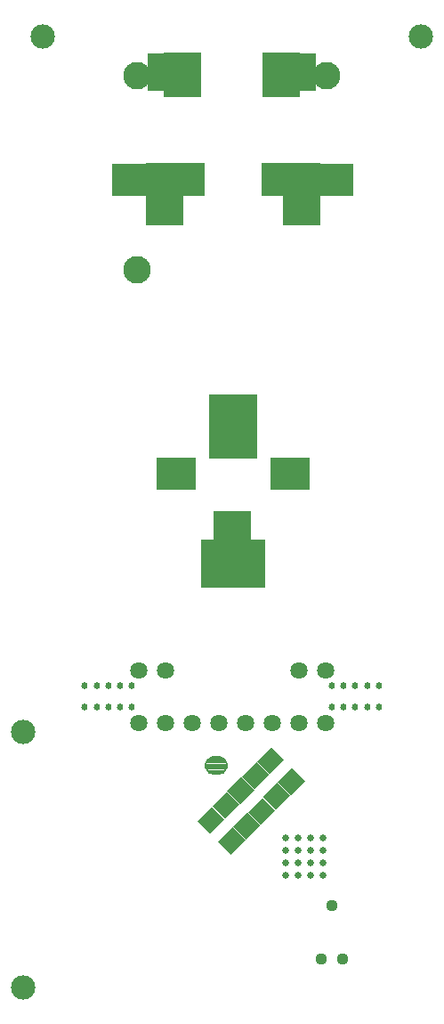
<source format=gbs>
G75*
%MOIN*%
%OFA0B0*%
%FSLAX25Y25*%
%IPPOS*%
%LPD*%
%AMOC8*
5,1,8,0,0,1.08239X$1,22.5*
%
%ADD10C,0.09161*%
%ADD11C,0.02469*%
%ADD12C,0.02681*%
%ADD13C,0.04402*%
%ADD14R,0.01300X0.01300*%
%ADD15C,0.00800*%
%ADD16C,0.06406*%
%ADD17C,0.10343*%
%ADD18R,0.14280X0.14280*%
%ADD19R,0.15067X0.12311*%
%ADD20R,0.14280X0.16642*%
%ADD21R,0.14280X0.23335*%
%ADD22R,0.24122X0.18217*%
%ADD23R,0.18217X0.11917*%
%ADD24R,0.18217X0.12311*%
%ADD25R,0.06799X0.07587*%
D10*
X0025784Y0029996D03*
X0025784Y0125665D03*
X0033264Y0385902D03*
X0174997Y0385902D03*
D11*
X0159249Y0142791D03*
X0154820Y0142791D03*
X0150390Y0142791D03*
X0145961Y0142791D03*
X0145961Y0134917D03*
X0150390Y0134917D03*
X0154820Y0134917D03*
X0159249Y0134917D03*
X0141532Y0134917D03*
X0141532Y0142791D03*
X0066729Y0142791D03*
X0062300Y0142791D03*
X0057871Y0142791D03*
X0057871Y0134917D03*
X0062300Y0134917D03*
X0066729Y0134917D03*
X0053442Y0134917D03*
X0049012Y0134917D03*
X0049012Y0142791D03*
X0053442Y0142791D03*
D12*
X0124209Y0086098D03*
X0124209Y0081374D03*
X0124209Y0076650D03*
X0124209Y0071925D03*
X0128934Y0071925D03*
X0133658Y0071925D03*
X0133658Y0076650D03*
X0133658Y0081374D03*
X0133658Y0086098D03*
X0128934Y0086098D03*
X0128934Y0081374D03*
X0128934Y0076650D03*
X0138383Y0076650D03*
X0138383Y0081374D03*
X0138383Y0086098D03*
X0138383Y0071925D03*
D13*
X0141532Y0060665D03*
X0137532Y0040665D03*
X0145532Y0040665D03*
D14*
X0099025Y0113067D03*
X0097425Y0113067D03*
D15*
X0094320Y0113391D02*
X0102130Y0113391D01*
X0102102Y0113681D02*
X0101922Y0114272D01*
X0101631Y0114817D01*
X0101240Y0115294D01*
X0100762Y0115686D01*
X0100218Y0115977D01*
X0099627Y0116156D01*
X0099012Y0116217D01*
X0097438Y0116217D01*
X0096823Y0116156D01*
X0096232Y0115977D01*
X0095688Y0115686D01*
X0095211Y0115294D01*
X0094819Y0114817D01*
X0094528Y0114272D01*
X0094349Y0113681D01*
X0094288Y0113067D01*
X0094349Y0112452D01*
X0094528Y0111862D01*
X0094819Y0111317D01*
X0095211Y0110840D01*
X0095688Y0110448D01*
X0096232Y0110157D01*
X0096823Y0109978D01*
X0097438Y0109917D01*
X0099012Y0109917D01*
X0099627Y0109978D01*
X0100218Y0110157D01*
X0100762Y0110448D01*
X0101240Y0110840D01*
X0101631Y0111317D01*
X0101922Y0111862D01*
X0102102Y0112452D01*
X0102162Y0113067D01*
X0102102Y0113681D01*
X0101948Y0114189D02*
X0094503Y0114189D01*
X0094959Y0114988D02*
X0101491Y0114988D01*
X0100575Y0115786D02*
X0095876Y0115786D01*
X0094335Y0112592D02*
X0102115Y0112592D01*
X0101886Y0111793D02*
X0094564Y0111793D01*
X0095083Y0110995D02*
X0101367Y0110995D01*
X0100291Y0110196D02*
X0096159Y0110196D01*
D16*
X0099131Y0129012D03*
X0109131Y0129012D03*
X0119131Y0129012D03*
X0129131Y0129012D03*
X0129131Y0148697D03*
X0139131Y0148697D03*
X0139131Y0129012D03*
X0089131Y0129012D03*
X0079131Y0129012D03*
X0079131Y0148697D03*
X0069131Y0148697D03*
X0069131Y0129012D03*
D17*
X0068698Y0298500D03*
X0068698Y0371335D03*
X0139564Y0371335D03*
D18*
X0128737Y0372516D03*
X0128737Y0372516D03*
X0079524Y0372516D03*
X0079524Y0372516D03*
X0104131Y0242594D03*
X0104131Y0201256D03*
D19*
X0083264Y0222122D03*
X0125784Y0222122D03*
X0142320Y0332358D03*
X0066729Y0332358D03*
D20*
X0085627Y0371728D03*
X0122635Y0371728D03*
D21*
X0130115Y0326846D03*
X0078934Y0326846D03*
D22*
X0104524Y0188657D03*
D23*
X0084839Y0332358D03*
X0084839Y0332555D03*
X0124209Y0332555D03*
X0124209Y0332358D03*
D24*
X0104524Y0245941D03*
X0104524Y0233933D03*
D25*
G36*
X0118290Y0109830D02*
X0113483Y0114637D01*
X0118846Y0120000D01*
X0123653Y0115193D01*
X0118290Y0109830D01*
G37*
G36*
X0120517Y0096467D02*
X0115710Y0101274D01*
X0121073Y0106637D01*
X0125880Y0101830D01*
X0120517Y0096467D01*
G37*
G36*
X0114949Y0090900D02*
X0110142Y0095707D01*
X0115505Y0101070D01*
X0120312Y0096263D01*
X0114949Y0090900D01*
G37*
G36*
X0109381Y0085332D02*
X0104574Y0090139D01*
X0109937Y0095502D01*
X0114744Y0090695D01*
X0109381Y0085332D01*
G37*
G36*
X0103813Y0079764D02*
X0099006Y0084571D01*
X0104369Y0089934D01*
X0109176Y0085127D01*
X0103813Y0079764D01*
G37*
G36*
X0096018Y0087559D02*
X0091211Y0092366D01*
X0096574Y0097729D01*
X0101381Y0092922D01*
X0096018Y0087559D01*
G37*
G36*
X0101586Y0093127D02*
X0096779Y0097934D01*
X0102142Y0103297D01*
X0106949Y0098490D01*
X0101586Y0093127D01*
G37*
G36*
X0107154Y0098694D02*
X0102347Y0103501D01*
X0107710Y0108864D01*
X0112517Y0104057D01*
X0107154Y0098694D01*
G37*
G36*
X0112722Y0104262D02*
X0107915Y0109069D01*
X0113278Y0114432D01*
X0118085Y0109625D01*
X0112722Y0104262D01*
G37*
G36*
X0126084Y0102035D02*
X0121277Y0106842D01*
X0126640Y0112205D01*
X0131447Y0107398D01*
X0126084Y0102035D01*
G37*
M02*

</source>
